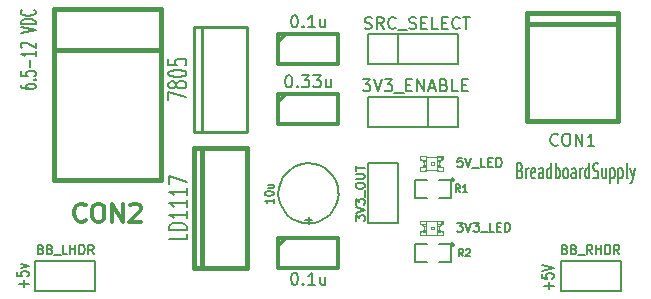
<source format=gto>
G04 (created by PCBNEW-RS274X (2011-nov-30)-stable) date Mit 25 Apr 2012 20:51:04 CEST*
G01*
G70*
G90*
%MOIN*%
G04 Gerber Fmt 3.4, Leading zero omitted, Abs format*
%FSLAX34Y34*%
G04 APERTURE LIST*
%ADD10C,0.001000*%
%ADD11C,0.007500*%
%ADD12C,0.006000*%
%ADD13C,0.015000*%
%ADD14C,0.005000*%
%ADD15C,0.010000*%
%ADD16C,0.002600*%
%ADD17C,0.004000*%
%ADD18C,0.002000*%
%ADD19C,0.012000*%
%ADD20C,0.008000*%
G04 APERTURE END LIST*
G54D10*
G54D11*
X48620Y-39624D02*
X48620Y-39395D01*
X48772Y-39509D02*
X48467Y-39509D01*
X48372Y-39110D02*
X48372Y-39253D01*
X48562Y-39267D01*
X48543Y-39253D01*
X48524Y-39224D01*
X48524Y-39153D01*
X48543Y-39124D01*
X48562Y-39110D01*
X48600Y-39095D01*
X48696Y-39095D01*
X48734Y-39110D01*
X48753Y-39124D01*
X48772Y-39153D01*
X48772Y-39224D01*
X48753Y-39253D01*
X48734Y-39267D01*
X48505Y-38995D02*
X48772Y-38924D01*
X48505Y-38852D01*
X66120Y-39697D02*
X66120Y-39468D01*
X66272Y-39582D02*
X65967Y-39582D01*
X65872Y-39183D02*
X65872Y-39326D01*
X66062Y-39340D01*
X66043Y-39326D01*
X66024Y-39297D01*
X66024Y-39226D01*
X66043Y-39197D01*
X66062Y-39183D01*
X66100Y-39168D01*
X66196Y-39168D01*
X66234Y-39183D01*
X66253Y-39197D01*
X66272Y-39226D01*
X66272Y-39297D01*
X66253Y-39326D01*
X66234Y-39340D01*
X65872Y-39082D02*
X66272Y-38982D01*
X65872Y-38882D01*
G54D12*
X48502Y-32872D02*
X48502Y-32929D01*
X48526Y-32958D01*
X48550Y-32972D01*
X48621Y-33001D01*
X48717Y-33015D01*
X48907Y-33015D01*
X48955Y-33001D01*
X48979Y-32986D01*
X49002Y-32958D01*
X49002Y-32901D01*
X48979Y-32872D01*
X48955Y-32858D01*
X48907Y-32843D01*
X48788Y-32843D01*
X48740Y-32858D01*
X48717Y-32872D01*
X48693Y-32901D01*
X48693Y-32958D01*
X48717Y-32986D01*
X48740Y-33001D01*
X48788Y-33015D01*
X48955Y-32715D02*
X48979Y-32700D01*
X49002Y-32715D01*
X48979Y-32729D01*
X48955Y-32715D01*
X49002Y-32715D01*
X48502Y-32429D02*
X48502Y-32572D01*
X48740Y-32586D01*
X48717Y-32572D01*
X48693Y-32543D01*
X48693Y-32472D01*
X48717Y-32443D01*
X48740Y-32429D01*
X48788Y-32414D01*
X48907Y-32414D01*
X48955Y-32429D01*
X48979Y-32443D01*
X49002Y-32472D01*
X49002Y-32543D01*
X48979Y-32572D01*
X48955Y-32586D01*
X48812Y-32286D02*
X48812Y-32057D01*
X49002Y-31757D02*
X49002Y-31929D01*
X49002Y-31843D02*
X48502Y-31843D01*
X48574Y-31872D01*
X48621Y-31900D01*
X48645Y-31929D01*
X48550Y-31643D02*
X48526Y-31629D01*
X48502Y-31600D01*
X48502Y-31529D01*
X48526Y-31500D01*
X48550Y-31486D01*
X48598Y-31471D01*
X48645Y-31471D01*
X48717Y-31486D01*
X49002Y-31657D01*
X49002Y-31471D01*
X48502Y-31156D02*
X49002Y-31056D01*
X48502Y-30956D01*
X49002Y-30857D02*
X48502Y-30857D01*
X48502Y-30785D01*
X48526Y-30742D01*
X48574Y-30714D01*
X48621Y-30699D01*
X48717Y-30685D01*
X48788Y-30685D01*
X48883Y-30699D01*
X48931Y-30714D01*
X48979Y-30742D01*
X49002Y-30785D01*
X49002Y-30857D01*
X48955Y-30385D02*
X48979Y-30399D01*
X49002Y-30442D01*
X49002Y-30471D01*
X48979Y-30514D01*
X48931Y-30542D01*
X48883Y-30557D01*
X48788Y-30571D01*
X48717Y-30571D01*
X48621Y-30557D01*
X48574Y-30542D01*
X48526Y-30514D01*
X48502Y-30471D01*
X48502Y-30442D01*
X48526Y-30399D01*
X48550Y-30385D01*
X65151Y-35740D02*
X65194Y-35764D01*
X65209Y-35788D01*
X65223Y-35836D01*
X65223Y-35907D01*
X65209Y-35955D01*
X65194Y-35979D01*
X65166Y-36002D01*
X65051Y-36002D01*
X65051Y-35502D01*
X65151Y-35502D01*
X65180Y-35526D01*
X65194Y-35550D01*
X65209Y-35598D01*
X65209Y-35645D01*
X65194Y-35693D01*
X65180Y-35717D01*
X65151Y-35740D01*
X65051Y-35740D01*
X65351Y-36002D02*
X65351Y-35669D01*
X65351Y-35764D02*
X65366Y-35717D01*
X65380Y-35693D01*
X65409Y-35669D01*
X65437Y-35669D01*
X65652Y-35979D02*
X65623Y-36002D01*
X65566Y-36002D01*
X65537Y-35979D01*
X65523Y-35931D01*
X65523Y-35740D01*
X65537Y-35693D01*
X65566Y-35669D01*
X65623Y-35669D01*
X65652Y-35693D01*
X65666Y-35740D01*
X65666Y-35788D01*
X65523Y-35836D01*
X65923Y-36002D02*
X65923Y-35740D01*
X65909Y-35693D01*
X65880Y-35669D01*
X65823Y-35669D01*
X65794Y-35693D01*
X65923Y-35979D02*
X65894Y-36002D01*
X65823Y-36002D01*
X65794Y-35979D01*
X65780Y-35931D01*
X65780Y-35883D01*
X65794Y-35836D01*
X65823Y-35812D01*
X65894Y-35812D01*
X65923Y-35788D01*
X66194Y-36002D02*
X66194Y-35502D01*
X66194Y-35979D02*
X66165Y-36002D01*
X66108Y-36002D01*
X66080Y-35979D01*
X66065Y-35955D01*
X66051Y-35907D01*
X66051Y-35764D01*
X66065Y-35717D01*
X66080Y-35693D01*
X66108Y-35669D01*
X66165Y-35669D01*
X66194Y-35693D01*
X66336Y-36002D02*
X66336Y-35502D01*
X66336Y-35693D02*
X66365Y-35669D01*
X66422Y-35669D01*
X66451Y-35693D01*
X66465Y-35717D01*
X66479Y-35764D01*
X66479Y-35907D01*
X66465Y-35955D01*
X66451Y-35979D01*
X66422Y-36002D01*
X66365Y-36002D01*
X66336Y-35979D01*
X66650Y-36002D02*
X66622Y-35979D01*
X66607Y-35955D01*
X66593Y-35907D01*
X66593Y-35764D01*
X66607Y-35717D01*
X66622Y-35693D01*
X66650Y-35669D01*
X66693Y-35669D01*
X66722Y-35693D01*
X66736Y-35717D01*
X66750Y-35764D01*
X66750Y-35907D01*
X66736Y-35955D01*
X66722Y-35979D01*
X66693Y-36002D01*
X66650Y-36002D01*
X67007Y-36002D02*
X67007Y-35740D01*
X66993Y-35693D01*
X66964Y-35669D01*
X66907Y-35669D01*
X66878Y-35693D01*
X67007Y-35979D02*
X66978Y-36002D01*
X66907Y-36002D01*
X66878Y-35979D01*
X66864Y-35931D01*
X66864Y-35883D01*
X66878Y-35836D01*
X66907Y-35812D01*
X66978Y-35812D01*
X67007Y-35788D01*
X67149Y-36002D02*
X67149Y-35669D01*
X67149Y-35764D02*
X67164Y-35717D01*
X67178Y-35693D01*
X67207Y-35669D01*
X67235Y-35669D01*
X67464Y-36002D02*
X67464Y-35502D01*
X67464Y-35979D02*
X67435Y-36002D01*
X67378Y-36002D01*
X67350Y-35979D01*
X67335Y-35955D01*
X67321Y-35907D01*
X67321Y-35764D01*
X67335Y-35717D01*
X67350Y-35693D01*
X67378Y-35669D01*
X67435Y-35669D01*
X67464Y-35693D01*
X67592Y-35979D02*
X67635Y-36002D01*
X67706Y-36002D01*
X67735Y-35979D01*
X67749Y-35955D01*
X67764Y-35907D01*
X67764Y-35860D01*
X67749Y-35812D01*
X67735Y-35788D01*
X67706Y-35764D01*
X67649Y-35740D01*
X67621Y-35717D01*
X67606Y-35693D01*
X67592Y-35645D01*
X67592Y-35598D01*
X67606Y-35550D01*
X67621Y-35526D01*
X67649Y-35502D01*
X67721Y-35502D01*
X67764Y-35526D01*
X68021Y-35669D02*
X68021Y-36002D01*
X67892Y-35669D02*
X67892Y-35931D01*
X67907Y-35979D01*
X67935Y-36002D01*
X67978Y-36002D01*
X68007Y-35979D01*
X68021Y-35955D01*
X68163Y-35669D02*
X68163Y-36169D01*
X68163Y-35693D02*
X68192Y-35669D01*
X68249Y-35669D01*
X68278Y-35693D01*
X68292Y-35717D01*
X68306Y-35764D01*
X68306Y-35907D01*
X68292Y-35955D01*
X68278Y-35979D01*
X68249Y-36002D01*
X68192Y-36002D01*
X68163Y-35979D01*
X68434Y-35669D02*
X68434Y-36169D01*
X68434Y-35693D02*
X68463Y-35669D01*
X68520Y-35669D01*
X68549Y-35693D01*
X68563Y-35717D01*
X68577Y-35764D01*
X68577Y-35907D01*
X68563Y-35955D01*
X68549Y-35979D01*
X68520Y-36002D01*
X68463Y-36002D01*
X68434Y-35979D01*
X68748Y-36002D02*
X68720Y-35979D01*
X68705Y-35931D01*
X68705Y-35502D01*
X68834Y-35669D02*
X68905Y-36002D01*
X68977Y-35669D02*
X68905Y-36002D01*
X68877Y-36121D01*
X68862Y-36145D01*
X68834Y-36169D01*
G54D13*
X54550Y-39000D02*
X54300Y-39000D01*
X54300Y-39000D02*
X54300Y-35000D01*
X54300Y-35000D02*
X54550Y-35000D01*
X56050Y-39000D02*
X54550Y-39000D01*
X54550Y-39000D02*
X54550Y-35000D01*
X54550Y-35000D02*
X56050Y-35000D01*
X56050Y-35000D02*
X56050Y-39000D01*
G54D14*
X62940Y-38200D02*
X62939Y-38209D01*
X62936Y-38219D01*
X62931Y-38227D01*
X62925Y-38235D01*
X62917Y-38241D01*
X62909Y-38246D01*
X62900Y-38248D01*
X62890Y-38249D01*
X62881Y-38249D01*
X62872Y-38246D01*
X62863Y-38241D01*
X62856Y-38235D01*
X62849Y-38228D01*
X62845Y-38219D01*
X62842Y-38210D01*
X62841Y-38200D01*
X62841Y-38191D01*
X62844Y-38182D01*
X62848Y-38173D01*
X62855Y-38166D01*
X62862Y-38159D01*
X62870Y-38155D01*
X62880Y-38152D01*
X62889Y-38151D01*
X62898Y-38151D01*
X62908Y-38154D01*
X62916Y-38158D01*
X62924Y-38164D01*
X62930Y-38172D01*
X62935Y-38180D01*
X62938Y-38189D01*
X62939Y-38199D01*
X62940Y-38200D01*
X62440Y-38200D02*
X62840Y-38200D01*
X62840Y-38200D02*
X62840Y-38800D01*
X62840Y-38800D02*
X62440Y-38800D01*
X62040Y-38800D02*
X61640Y-38800D01*
X61640Y-38800D02*
X61640Y-38200D01*
X61640Y-38200D02*
X62040Y-38200D01*
X62940Y-36050D02*
X62939Y-36059D01*
X62936Y-36069D01*
X62931Y-36077D01*
X62925Y-36085D01*
X62917Y-36091D01*
X62909Y-36096D01*
X62900Y-36098D01*
X62890Y-36099D01*
X62881Y-36099D01*
X62872Y-36096D01*
X62863Y-36091D01*
X62856Y-36085D01*
X62849Y-36078D01*
X62845Y-36069D01*
X62842Y-36060D01*
X62841Y-36050D01*
X62841Y-36041D01*
X62844Y-36032D01*
X62848Y-36023D01*
X62855Y-36016D01*
X62862Y-36009D01*
X62870Y-36005D01*
X62880Y-36002D01*
X62889Y-36001D01*
X62898Y-36001D01*
X62908Y-36004D01*
X62916Y-36008D01*
X62924Y-36014D01*
X62930Y-36022D01*
X62935Y-36030D01*
X62938Y-36039D01*
X62939Y-36049D01*
X62940Y-36050D01*
X62440Y-36050D02*
X62840Y-36050D01*
X62840Y-36050D02*
X62840Y-36650D01*
X62840Y-36650D02*
X62440Y-36650D01*
X62040Y-36650D02*
X61640Y-36650D01*
X61640Y-36650D02*
X61640Y-36050D01*
X61640Y-36050D02*
X62040Y-36050D01*
G54D12*
X60100Y-32200D02*
X60100Y-31200D01*
X60100Y-31200D02*
X63100Y-31200D01*
X63100Y-31200D02*
X63100Y-32200D01*
X63100Y-32200D02*
X60100Y-32200D01*
X61100Y-31200D02*
X61100Y-32200D01*
X63100Y-33300D02*
X63100Y-34300D01*
X63100Y-34300D02*
X60100Y-34300D01*
X60100Y-34300D02*
X60100Y-33300D01*
X60100Y-33300D02*
X63100Y-33300D01*
X62100Y-34300D02*
X62100Y-33300D01*
X50969Y-38752D02*
X50969Y-39752D01*
X50969Y-39752D02*
X48969Y-39752D01*
X48969Y-39752D02*
X48969Y-38752D01*
X48969Y-38752D02*
X50969Y-38752D01*
X68528Y-38752D02*
X68528Y-39752D01*
X68528Y-39752D02*
X66528Y-39752D01*
X66528Y-39752D02*
X66528Y-38752D01*
X66528Y-38752D02*
X68528Y-38752D01*
G54D15*
X54550Y-34450D02*
X54300Y-34450D01*
X54300Y-34450D02*
X54300Y-30950D01*
X54300Y-30950D02*
X54550Y-30950D01*
X56050Y-34450D02*
X54550Y-34450D01*
X54550Y-34450D02*
X54550Y-30950D01*
X54550Y-30950D02*
X56050Y-30950D01*
X56050Y-30950D02*
X56050Y-34450D01*
G54D16*
X62396Y-37768D02*
X62396Y-37896D01*
X62396Y-37896D02*
X62593Y-37896D01*
X62593Y-37768D02*
X62593Y-37896D01*
X62396Y-37768D02*
X62593Y-37768D01*
X62396Y-37523D02*
X62396Y-37582D01*
X62396Y-37582D02*
X62495Y-37582D01*
X62495Y-37523D02*
X62495Y-37582D01*
X62396Y-37523D02*
X62495Y-37523D01*
X62396Y-37718D02*
X62396Y-37777D01*
X62396Y-37777D02*
X62495Y-37777D01*
X62495Y-37718D02*
X62495Y-37777D01*
X62396Y-37718D02*
X62495Y-37718D01*
X62396Y-37572D02*
X62396Y-37728D01*
X62396Y-37728D02*
X62465Y-37728D01*
X62465Y-37572D02*
X62465Y-37728D01*
X62396Y-37572D02*
X62465Y-37572D01*
X61807Y-37768D02*
X61807Y-37896D01*
X61807Y-37896D02*
X62004Y-37896D01*
X62004Y-37768D02*
X62004Y-37896D01*
X61807Y-37768D02*
X62004Y-37768D01*
X61807Y-37404D02*
X61807Y-37532D01*
X61807Y-37532D02*
X62004Y-37532D01*
X62004Y-37404D02*
X62004Y-37532D01*
X61807Y-37404D02*
X62004Y-37404D01*
X61905Y-37718D02*
X61905Y-37777D01*
X61905Y-37777D02*
X62004Y-37777D01*
X62004Y-37718D02*
X62004Y-37777D01*
X61905Y-37718D02*
X62004Y-37718D01*
X61905Y-37523D02*
X61905Y-37582D01*
X61905Y-37582D02*
X62004Y-37582D01*
X62004Y-37523D02*
X62004Y-37582D01*
X61905Y-37523D02*
X62004Y-37523D01*
X61935Y-37572D02*
X61935Y-37728D01*
X61935Y-37728D02*
X62004Y-37728D01*
X62004Y-37572D02*
X62004Y-37728D01*
X61935Y-37572D02*
X62004Y-37572D01*
X62200Y-37611D02*
X62200Y-37689D01*
X62200Y-37689D02*
X62278Y-37689D01*
X62278Y-37611D02*
X62278Y-37689D01*
X62200Y-37611D02*
X62278Y-37611D01*
X62396Y-37414D02*
X62396Y-37532D01*
X62396Y-37532D02*
X62514Y-37532D01*
X62514Y-37414D02*
X62514Y-37532D01*
X62396Y-37414D02*
X62514Y-37414D01*
X62564Y-37404D02*
X62564Y-37493D01*
X62564Y-37493D02*
X62593Y-37493D01*
X62593Y-37404D02*
X62593Y-37493D01*
X62564Y-37404D02*
X62593Y-37404D01*
G54D17*
X62406Y-37876D02*
X61994Y-37876D01*
X62004Y-37424D02*
X62564Y-37424D01*
G54D18*
X62562Y-37473D02*
X62561Y-37478D01*
X62559Y-37483D01*
X62557Y-37488D01*
X62553Y-37492D01*
X62549Y-37496D01*
X62544Y-37498D01*
X62539Y-37500D01*
X62534Y-37500D01*
X62529Y-37500D01*
X62524Y-37498D01*
X62519Y-37496D01*
X62515Y-37493D01*
X62511Y-37488D01*
X62509Y-37484D01*
X62507Y-37478D01*
X62507Y-37473D01*
X62507Y-37468D01*
X62508Y-37463D01*
X62511Y-37458D01*
X62514Y-37454D01*
X62519Y-37451D01*
X62523Y-37448D01*
X62528Y-37446D01*
X62534Y-37446D01*
X62538Y-37446D01*
X62544Y-37447D01*
X62549Y-37450D01*
X62553Y-37453D01*
X62556Y-37457D01*
X62559Y-37462D01*
X62561Y-37467D01*
X62561Y-37473D01*
X62562Y-37473D01*
G54D17*
X62593Y-37513D02*
X62582Y-37514D01*
X62570Y-37516D01*
X62558Y-37518D01*
X62547Y-37522D01*
X62536Y-37526D01*
X62525Y-37532D01*
X62515Y-37538D01*
X62505Y-37546D01*
X62497Y-37554D01*
X62489Y-37562D01*
X62481Y-37572D01*
X62475Y-37582D01*
X62469Y-37593D01*
X62465Y-37604D01*
X62461Y-37615D01*
X62459Y-37627D01*
X62457Y-37639D01*
X62456Y-37650D01*
X62457Y-37661D01*
X62459Y-37673D01*
X62461Y-37685D01*
X62465Y-37696D01*
X62469Y-37707D01*
X62475Y-37718D01*
X62481Y-37728D01*
X62489Y-37738D01*
X62497Y-37746D01*
X62505Y-37754D01*
X62515Y-37762D01*
X62525Y-37768D01*
X62536Y-37774D01*
X62547Y-37778D01*
X62558Y-37782D01*
X62570Y-37784D01*
X62582Y-37786D01*
X62593Y-37787D01*
X61807Y-37787D02*
X61818Y-37786D01*
X61830Y-37784D01*
X61842Y-37782D01*
X61853Y-37778D01*
X61864Y-37774D01*
X61875Y-37768D01*
X61885Y-37762D01*
X61895Y-37754D01*
X61903Y-37746D01*
X61911Y-37738D01*
X61919Y-37728D01*
X61925Y-37718D01*
X61931Y-37707D01*
X61935Y-37696D01*
X61939Y-37685D01*
X61941Y-37673D01*
X61943Y-37661D01*
X61944Y-37650D01*
X61943Y-37639D01*
X61941Y-37627D01*
X61939Y-37615D01*
X61935Y-37604D01*
X61931Y-37593D01*
X61925Y-37582D01*
X61919Y-37572D01*
X61911Y-37562D01*
X61903Y-37554D01*
X61895Y-37546D01*
X61885Y-37538D01*
X61875Y-37532D01*
X61864Y-37526D01*
X61853Y-37522D01*
X61842Y-37518D01*
X61830Y-37516D01*
X61818Y-37514D01*
X61807Y-37513D01*
G54D16*
X62396Y-35618D02*
X62396Y-35746D01*
X62396Y-35746D02*
X62593Y-35746D01*
X62593Y-35618D02*
X62593Y-35746D01*
X62396Y-35618D02*
X62593Y-35618D01*
X62396Y-35373D02*
X62396Y-35432D01*
X62396Y-35432D02*
X62495Y-35432D01*
X62495Y-35373D02*
X62495Y-35432D01*
X62396Y-35373D02*
X62495Y-35373D01*
X62396Y-35568D02*
X62396Y-35627D01*
X62396Y-35627D02*
X62495Y-35627D01*
X62495Y-35568D02*
X62495Y-35627D01*
X62396Y-35568D02*
X62495Y-35568D01*
X62396Y-35422D02*
X62396Y-35578D01*
X62396Y-35578D02*
X62465Y-35578D01*
X62465Y-35422D02*
X62465Y-35578D01*
X62396Y-35422D02*
X62465Y-35422D01*
X61807Y-35618D02*
X61807Y-35746D01*
X61807Y-35746D02*
X62004Y-35746D01*
X62004Y-35618D02*
X62004Y-35746D01*
X61807Y-35618D02*
X62004Y-35618D01*
X61807Y-35254D02*
X61807Y-35382D01*
X61807Y-35382D02*
X62004Y-35382D01*
X62004Y-35254D02*
X62004Y-35382D01*
X61807Y-35254D02*
X62004Y-35254D01*
X61905Y-35568D02*
X61905Y-35627D01*
X61905Y-35627D02*
X62004Y-35627D01*
X62004Y-35568D02*
X62004Y-35627D01*
X61905Y-35568D02*
X62004Y-35568D01*
X61905Y-35373D02*
X61905Y-35432D01*
X61905Y-35432D02*
X62004Y-35432D01*
X62004Y-35373D02*
X62004Y-35432D01*
X61905Y-35373D02*
X62004Y-35373D01*
X61935Y-35422D02*
X61935Y-35578D01*
X61935Y-35578D02*
X62004Y-35578D01*
X62004Y-35422D02*
X62004Y-35578D01*
X61935Y-35422D02*
X62004Y-35422D01*
X62200Y-35461D02*
X62200Y-35539D01*
X62200Y-35539D02*
X62278Y-35539D01*
X62278Y-35461D02*
X62278Y-35539D01*
X62200Y-35461D02*
X62278Y-35461D01*
X62396Y-35264D02*
X62396Y-35382D01*
X62396Y-35382D02*
X62514Y-35382D01*
X62514Y-35264D02*
X62514Y-35382D01*
X62396Y-35264D02*
X62514Y-35264D01*
X62564Y-35254D02*
X62564Y-35343D01*
X62564Y-35343D02*
X62593Y-35343D01*
X62593Y-35254D02*
X62593Y-35343D01*
X62564Y-35254D02*
X62593Y-35254D01*
G54D17*
X62406Y-35726D02*
X61994Y-35726D01*
X62004Y-35274D02*
X62564Y-35274D01*
G54D18*
X62562Y-35323D02*
X62561Y-35328D01*
X62559Y-35333D01*
X62557Y-35338D01*
X62553Y-35342D01*
X62549Y-35346D01*
X62544Y-35348D01*
X62539Y-35350D01*
X62534Y-35350D01*
X62529Y-35350D01*
X62524Y-35348D01*
X62519Y-35346D01*
X62515Y-35343D01*
X62511Y-35338D01*
X62509Y-35334D01*
X62507Y-35328D01*
X62507Y-35323D01*
X62507Y-35318D01*
X62508Y-35313D01*
X62511Y-35308D01*
X62514Y-35304D01*
X62519Y-35301D01*
X62523Y-35298D01*
X62528Y-35296D01*
X62534Y-35296D01*
X62538Y-35296D01*
X62544Y-35297D01*
X62549Y-35300D01*
X62553Y-35303D01*
X62556Y-35307D01*
X62559Y-35312D01*
X62561Y-35317D01*
X62561Y-35323D01*
X62562Y-35323D01*
G54D17*
X62593Y-35363D02*
X62582Y-35364D01*
X62570Y-35366D01*
X62558Y-35368D01*
X62547Y-35372D01*
X62536Y-35376D01*
X62525Y-35382D01*
X62515Y-35388D01*
X62505Y-35396D01*
X62497Y-35404D01*
X62489Y-35412D01*
X62481Y-35422D01*
X62475Y-35432D01*
X62469Y-35443D01*
X62465Y-35454D01*
X62461Y-35465D01*
X62459Y-35477D01*
X62457Y-35489D01*
X62456Y-35500D01*
X62457Y-35511D01*
X62459Y-35523D01*
X62461Y-35535D01*
X62465Y-35546D01*
X62469Y-35557D01*
X62475Y-35568D01*
X62481Y-35578D01*
X62489Y-35588D01*
X62497Y-35596D01*
X62505Y-35604D01*
X62515Y-35612D01*
X62525Y-35618D01*
X62536Y-35624D01*
X62547Y-35628D01*
X62558Y-35632D01*
X62570Y-35634D01*
X62582Y-35636D01*
X62593Y-35637D01*
X61807Y-35637D02*
X61818Y-35636D01*
X61830Y-35634D01*
X61842Y-35632D01*
X61853Y-35628D01*
X61864Y-35624D01*
X61875Y-35618D01*
X61885Y-35612D01*
X61895Y-35604D01*
X61903Y-35596D01*
X61911Y-35588D01*
X61919Y-35578D01*
X61925Y-35568D01*
X61931Y-35557D01*
X61935Y-35546D01*
X61939Y-35535D01*
X61941Y-35523D01*
X61943Y-35511D01*
X61944Y-35500D01*
X61943Y-35489D01*
X61941Y-35477D01*
X61939Y-35465D01*
X61935Y-35454D01*
X61931Y-35443D01*
X61925Y-35432D01*
X61919Y-35422D01*
X61911Y-35412D01*
X61903Y-35404D01*
X61895Y-35396D01*
X61885Y-35388D01*
X61875Y-35382D01*
X61864Y-35376D01*
X61853Y-35372D01*
X61842Y-35368D01*
X61830Y-35366D01*
X61818Y-35364D01*
X61807Y-35363D01*
G54D19*
X57120Y-33200D02*
X59100Y-33200D01*
X59100Y-33200D02*
X59100Y-34200D01*
X59100Y-34200D02*
X57100Y-34200D01*
X57100Y-34200D02*
X57100Y-33200D01*
X57100Y-33450D02*
X57350Y-33200D01*
X57120Y-38000D02*
X59100Y-38000D01*
X59100Y-38000D02*
X59100Y-39000D01*
X59100Y-39000D02*
X57100Y-39000D01*
X57100Y-39000D02*
X57100Y-38000D01*
X57100Y-38250D02*
X57350Y-38000D01*
X57120Y-31200D02*
X59100Y-31200D01*
X59100Y-31200D02*
X59100Y-32200D01*
X59100Y-32200D02*
X57100Y-32200D01*
X57100Y-32200D02*
X57100Y-31200D01*
X57100Y-31450D02*
X57350Y-31200D01*
G54D14*
X59101Y-36500D02*
X59081Y-36694D01*
X59025Y-36881D01*
X58933Y-37053D01*
X58810Y-37205D01*
X58659Y-37329D01*
X58487Y-37422D01*
X58301Y-37480D01*
X58106Y-37500D01*
X57913Y-37483D01*
X57726Y-37428D01*
X57552Y-37337D01*
X57400Y-37215D01*
X57275Y-37065D01*
X57180Y-36894D01*
X57121Y-36708D01*
X57100Y-36513D01*
X57116Y-36320D01*
X57170Y-36132D01*
X57259Y-35958D01*
X57380Y-35805D01*
X57529Y-35679D01*
X57700Y-35583D01*
X57886Y-35523D01*
X58080Y-35500D01*
X58273Y-35515D01*
X58461Y-35567D01*
X58636Y-35655D01*
X58790Y-35776D01*
X58917Y-35923D01*
X59014Y-36093D01*
X59076Y-36279D01*
X59100Y-36473D01*
X59101Y-36500D01*
G54D12*
X61100Y-37500D02*
X60100Y-37500D01*
X60100Y-37500D02*
X60100Y-35500D01*
X60100Y-35500D02*
X61100Y-35500D01*
X61100Y-35500D02*
X61100Y-37500D01*
G54D13*
X68414Y-30866D02*
X65382Y-30866D01*
X68414Y-30472D02*
X65382Y-30472D01*
X65382Y-30472D02*
X65382Y-34094D01*
X65382Y-34094D02*
X68414Y-34094D01*
X68414Y-34094D02*
X68414Y-30472D01*
X53172Y-31725D02*
X49628Y-31725D01*
X53172Y-30347D02*
X49628Y-30347D01*
X49628Y-30347D02*
X49628Y-36056D01*
X49628Y-36056D02*
X53172Y-36056D01*
X53172Y-36056D02*
X53172Y-30347D01*
G54D20*
X54043Y-37838D02*
X54043Y-38029D01*
X53443Y-38029D01*
X54043Y-37705D02*
X53443Y-37705D01*
X53443Y-37610D01*
X53471Y-37552D01*
X53529Y-37514D01*
X53586Y-37495D01*
X53700Y-37476D01*
X53786Y-37476D01*
X53900Y-37495D01*
X53957Y-37514D01*
X54014Y-37552D01*
X54043Y-37610D01*
X54043Y-37705D01*
X54043Y-37095D02*
X54043Y-37324D01*
X54043Y-37210D02*
X53443Y-37210D01*
X53529Y-37248D01*
X53586Y-37286D01*
X53614Y-37324D01*
X54043Y-36714D02*
X54043Y-36943D01*
X54043Y-36829D02*
X53443Y-36829D01*
X53529Y-36867D01*
X53586Y-36905D01*
X53614Y-36943D01*
X54043Y-36333D02*
X54043Y-36562D01*
X54043Y-36448D02*
X53443Y-36448D01*
X53529Y-36486D01*
X53586Y-36524D01*
X53614Y-36562D01*
X53443Y-36200D02*
X53443Y-35933D01*
X54043Y-36105D01*
G54D14*
X63248Y-38601D02*
X63165Y-38482D01*
X63106Y-38601D02*
X63106Y-38351D01*
X63201Y-38351D01*
X63225Y-38363D01*
X63236Y-38375D01*
X63248Y-38399D01*
X63248Y-38435D01*
X63236Y-38458D01*
X63225Y-38470D01*
X63201Y-38482D01*
X63106Y-38482D01*
X63344Y-38375D02*
X63356Y-38363D01*
X63379Y-38351D01*
X63439Y-38351D01*
X63463Y-38363D01*
X63475Y-38375D01*
X63486Y-38399D01*
X63486Y-38423D01*
X63475Y-38458D01*
X63332Y-38601D01*
X63486Y-38601D01*
X63148Y-36451D02*
X63065Y-36332D01*
X63006Y-36451D02*
X63006Y-36201D01*
X63101Y-36201D01*
X63125Y-36213D01*
X63136Y-36225D01*
X63148Y-36249D01*
X63148Y-36285D01*
X63136Y-36308D01*
X63125Y-36320D01*
X63101Y-36332D01*
X63006Y-36332D01*
X63386Y-36451D02*
X63244Y-36451D01*
X63315Y-36451D02*
X63315Y-36201D01*
X63291Y-36237D01*
X63267Y-36261D01*
X63244Y-36273D01*
G54D12*
X59976Y-31003D02*
X60033Y-31022D01*
X60129Y-31022D01*
X60167Y-31003D01*
X60186Y-30984D01*
X60205Y-30946D01*
X60205Y-30908D01*
X60186Y-30870D01*
X60167Y-30850D01*
X60129Y-30831D01*
X60052Y-30812D01*
X60014Y-30793D01*
X59995Y-30774D01*
X59976Y-30736D01*
X59976Y-30698D01*
X59995Y-30660D01*
X60014Y-30641D01*
X60052Y-30622D01*
X60148Y-30622D01*
X60205Y-30641D01*
X60605Y-31022D02*
X60471Y-30831D01*
X60376Y-31022D02*
X60376Y-30622D01*
X60529Y-30622D01*
X60567Y-30641D01*
X60586Y-30660D01*
X60605Y-30698D01*
X60605Y-30755D01*
X60586Y-30793D01*
X60567Y-30812D01*
X60529Y-30831D01*
X60376Y-30831D01*
X61005Y-30984D02*
X60986Y-31003D01*
X60929Y-31022D01*
X60891Y-31022D01*
X60833Y-31003D01*
X60795Y-30965D01*
X60776Y-30927D01*
X60757Y-30850D01*
X60757Y-30793D01*
X60776Y-30717D01*
X60795Y-30679D01*
X60833Y-30641D01*
X60891Y-30622D01*
X60929Y-30622D01*
X60986Y-30641D01*
X61005Y-30660D01*
X61081Y-31060D02*
X61386Y-31060D01*
X61462Y-31003D02*
X61519Y-31022D01*
X61615Y-31022D01*
X61653Y-31003D01*
X61672Y-30984D01*
X61691Y-30946D01*
X61691Y-30908D01*
X61672Y-30870D01*
X61653Y-30850D01*
X61615Y-30831D01*
X61538Y-30812D01*
X61500Y-30793D01*
X61481Y-30774D01*
X61462Y-30736D01*
X61462Y-30698D01*
X61481Y-30660D01*
X61500Y-30641D01*
X61538Y-30622D01*
X61634Y-30622D01*
X61691Y-30641D01*
X61862Y-30812D02*
X61996Y-30812D01*
X62053Y-31022D02*
X61862Y-31022D01*
X61862Y-30622D01*
X62053Y-30622D01*
X62415Y-31022D02*
X62224Y-31022D01*
X62224Y-30622D01*
X62548Y-30812D02*
X62682Y-30812D01*
X62739Y-31022D02*
X62548Y-31022D01*
X62548Y-30622D01*
X62739Y-30622D01*
X63139Y-30984D02*
X63120Y-31003D01*
X63063Y-31022D01*
X63025Y-31022D01*
X62967Y-31003D01*
X62929Y-30965D01*
X62910Y-30927D01*
X62891Y-30850D01*
X62891Y-30793D01*
X62910Y-30717D01*
X62929Y-30679D01*
X62967Y-30641D01*
X63025Y-30622D01*
X63063Y-30622D01*
X63120Y-30641D01*
X63139Y-30660D01*
X63253Y-30622D02*
X63482Y-30622D01*
X63367Y-31022D02*
X63367Y-30622D01*
X59917Y-32702D02*
X60165Y-32702D01*
X60031Y-32854D01*
X60089Y-32854D01*
X60127Y-32873D01*
X60146Y-32892D01*
X60165Y-32930D01*
X60165Y-33026D01*
X60146Y-33064D01*
X60127Y-33083D01*
X60089Y-33102D01*
X59974Y-33102D01*
X59936Y-33083D01*
X59917Y-33064D01*
X60279Y-32702D02*
X60412Y-33102D01*
X60546Y-32702D01*
X60641Y-32702D02*
X60889Y-32702D01*
X60755Y-32854D01*
X60813Y-32854D01*
X60851Y-32873D01*
X60870Y-32892D01*
X60889Y-32930D01*
X60889Y-33026D01*
X60870Y-33064D01*
X60851Y-33083D01*
X60813Y-33102D01*
X60698Y-33102D01*
X60660Y-33083D01*
X60641Y-33064D01*
X60965Y-33140D02*
X61270Y-33140D01*
X61365Y-32892D02*
X61499Y-32892D01*
X61556Y-33102D02*
X61365Y-33102D01*
X61365Y-32702D01*
X61556Y-32702D01*
X61727Y-33102D02*
X61727Y-32702D01*
X61956Y-33102D01*
X61956Y-32702D01*
X62127Y-32988D02*
X62318Y-32988D01*
X62089Y-33102D02*
X62222Y-32702D01*
X62356Y-33102D01*
X62623Y-32892D02*
X62680Y-32911D01*
X62699Y-32930D01*
X62718Y-32969D01*
X62718Y-33026D01*
X62699Y-33064D01*
X62680Y-33083D01*
X62642Y-33102D01*
X62489Y-33102D01*
X62489Y-32702D01*
X62623Y-32702D01*
X62661Y-32721D01*
X62680Y-32740D01*
X62699Y-32778D01*
X62699Y-32816D01*
X62680Y-32854D01*
X62661Y-32873D01*
X62623Y-32892D01*
X62489Y-32892D01*
X63080Y-33102D02*
X62889Y-33102D01*
X62889Y-32702D01*
X63213Y-32892D02*
X63347Y-32892D01*
X63404Y-33102D02*
X63213Y-33102D01*
X63213Y-32702D01*
X63404Y-32702D01*
X49178Y-38364D02*
X49221Y-38379D01*
X49236Y-38393D01*
X49250Y-38421D01*
X49250Y-38464D01*
X49236Y-38493D01*
X49221Y-38507D01*
X49193Y-38521D01*
X49078Y-38521D01*
X49078Y-38221D01*
X49178Y-38221D01*
X49207Y-38236D01*
X49221Y-38250D01*
X49236Y-38279D01*
X49236Y-38307D01*
X49221Y-38336D01*
X49207Y-38350D01*
X49178Y-38364D01*
X49078Y-38364D01*
X49478Y-38364D02*
X49521Y-38379D01*
X49536Y-38393D01*
X49550Y-38421D01*
X49550Y-38464D01*
X49536Y-38493D01*
X49521Y-38507D01*
X49493Y-38521D01*
X49378Y-38521D01*
X49378Y-38221D01*
X49478Y-38221D01*
X49507Y-38236D01*
X49521Y-38250D01*
X49536Y-38279D01*
X49536Y-38307D01*
X49521Y-38336D01*
X49507Y-38350D01*
X49478Y-38364D01*
X49378Y-38364D01*
X49607Y-38550D02*
X49836Y-38550D01*
X50050Y-38521D02*
X49907Y-38521D01*
X49907Y-38221D01*
X50150Y-38521D02*
X50150Y-38221D01*
X50150Y-38364D02*
X50322Y-38364D01*
X50322Y-38521D02*
X50322Y-38221D01*
X50464Y-38521D02*
X50464Y-38221D01*
X50536Y-38221D01*
X50579Y-38236D01*
X50607Y-38264D01*
X50622Y-38293D01*
X50636Y-38350D01*
X50636Y-38393D01*
X50622Y-38450D01*
X50607Y-38479D01*
X50579Y-38507D01*
X50536Y-38521D01*
X50464Y-38521D01*
X50936Y-38521D02*
X50836Y-38379D01*
X50764Y-38521D02*
X50764Y-38221D01*
X50879Y-38221D01*
X50907Y-38236D01*
X50922Y-38250D01*
X50936Y-38279D01*
X50936Y-38321D01*
X50922Y-38350D01*
X50907Y-38364D01*
X50879Y-38379D01*
X50764Y-38379D01*
X66650Y-38364D02*
X66693Y-38379D01*
X66708Y-38393D01*
X66722Y-38421D01*
X66722Y-38464D01*
X66708Y-38493D01*
X66693Y-38507D01*
X66665Y-38521D01*
X66550Y-38521D01*
X66550Y-38221D01*
X66650Y-38221D01*
X66679Y-38236D01*
X66693Y-38250D01*
X66708Y-38279D01*
X66708Y-38307D01*
X66693Y-38336D01*
X66679Y-38350D01*
X66650Y-38364D01*
X66550Y-38364D01*
X66950Y-38364D02*
X66993Y-38379D01*
X67008Y-38393D01*
X67022Y-38421D01*
X67022Y-38464D01*
X67008Y-38493D01*
X66993Y-38507D01*
X66965Y-38521D01*
X66850Y-38521D01*
X66850Y-38221D01*
X66950Y-38221D01*
X66979Y-38236D01*
X66993Y-38250D01*
X67008Y-38279D01*
X67008Y-38307D01*
X66993Y-38336D01*
X66979Y-38350D01*
X66950Y-38364D01*
X66850Y-38364D01*
X67079Y-38550D02*
X67308Y-38550D01*
X67551Y-38521D02*
X67451Y-38379D01*
X67379Y-38521D02*
X67379Y-38221D01*
X67494Y-38221D01*
X67522Y-38236D01*
X67537Y-38250D01*
X67551Y-38279D01*
X67551Y-38321D01*
X67537Y-38350D01*
X67522Y-38364D01*
X67494Y-38379D01*
X67379Y-38379D01*
X67679Y-38521D02*
X67679Y-38221D01*
X67679Y-38364D02*
X67851Y-38364D01*
X67851Y-38521D02*
X67851Y-38221D01*
X67993Y-38521D02*
X67993Y-38221D01*
X68065Y-38221D01*
X68108Y-38236D01*
X68136Y-38264D01*
X68151Y-38293D01*
X68165Y-38350D01*
X68165Y-38393D01*
X68151Y-38450D01*
X68136Y-38479D01*
X68108Y-38507D01*
X68065Y-38521D01*
X67993Y-38521D01*
X68465Y-38521D02*
X68365Y-38379D01*
X68293Y-38521D02*
X68293Y-38221D01*
X68408Y-38221D01*
X68436Y-38236D01*
X68451Y-38250D01*
X68465Y-38279D01*
X68465Y-38321D01*
X68451Y-38350D01*
X68436Y-38364D01*
X68408Y-38379D01*
X68293Y-38379D01*
G54D20*
X53433Y-33395D02*
X53433Y-33128D01*
X54033Y-33300D01*
X53690Y-32919D02*
X53661Y-32957D01*
X53633Y-32976D01*
X53576Y-32995D01*
X53547Y-32995D01*
X53490Y-32976D01*
X53461Y-32957D01*
X53433Y-32919D01*
X53433Y-32842D01*
X53461Y-32804D01*
X53490Y-32785D01*
X53547Y-32766D01*
X53576Y-32766D01*
X53633Y-32785D01*
X53661Y-32804D01*
X53690Y-32842D01*
X53690Y-32919D01*
X53719Y-32957D01*
X53747Y-32976D01*
X53804Y-32995D01*
X53919Y-32995D01*
X53976Y-32976D01*
X54004Y-32957D01*
X54033Y-32919D01*
X54033Y-32842D01*
X54004Y-32804D01*
X53976Y-32785D01*
X53919Y-32766D01*
X53804Y-32766D01*
X53747Y-32785D01*
X53719Y-32804D01*
X53690Y-32842D01*
X53433Y-32519D02*
X53433Y-32480D01*
X53461Y-32442D01*
X53490Y-32423D01*
X53547Y-32404D01*
X53661Y-32385D01*
X53804Y-32385D01*
X53919Y-32404D01*
X53976Y-32423D01*
X54004Y-32442D01*
X54033Y-32480D01*
X54033Y-32519D01*
X54004Y-32557D01*
X53976Y-32576D01*
X53919Y-32595D01*
X53804Y-32614D01*
X53661Y-32614D01*
X53547Y-32595D01*
X53490Y-32576D01*
X53461Y-32557D01*
X53433Y-32519D01*
X53433Y-32023D02*
X53433Y-32214D01*
X53719Y-32233D01*
X53690Y-32214D01*
X53661Y-32176D01*
X53661Y-32080D01*
X53690Y-32042D01*
X53719Y-32023D01*
X53776Y-32004D01*
X53919Y-32004D01*
X53976Y-32023D01*
X54004Y-32042D01*
X54033Y-32080D01*
X54033Y-32176D01*
X54004Y-32214D01*
X53976Y-32233D01*
G54D14*
X63057Y-37471D02*
X63243Y-37471D01*
X63143Y-37586D01*
X63185Y-37586D01*
X63214Y-37600D01*
X63228Y-37614D01*
X63243Y-37643D01*
X63243Y-37714D01*
X63228Y-37743D01*
X63214Y-37757D01*
X63185Y-37771D01*
X63100Y-37771D01*
X63071Y-37757D01*
X63057Y-37743D01*
X63329Y-37471D02*
X63429Y-37771D01*
X63529Y-37471D01*
X63600Y-37471D02*
X63786Y-37471D01*
X63686Y-37586D01*
X63728Y-37586D01*
X63757Y-37600D01*
X63771Y-37614D01*
X63786Y-37643D01*
X63786Y-37714D01*
X63771Y-37743D01*
X63757Y-37757D01*
X63728Y-37771D01*
X63643Y-37771D01*
X63614Y-37757D01*
X63600Y-37743D01*
X63843Y-37800D02*
X64072Y-37800D01*
X64286Y-37771D02*
X64143Y-37771D01*
X64143Y-37471D01*
X64386Y-37614D02*
X64486Y-37614D01*
X64529Y-37771D02*
X64386Y-37771D01*
X64386Y-37471D01*
X64529Y-37471D01*
X64657Y-37771D02*
X64657Y-37471D01*
X64729Y-37471D01*
X64772Y-37486D01*
X64800Y-37514D01*
X64815Y-37543D01*
X64829Y-37600D01*
X64829Y-37643D01*
X64815Y-37700D01*
X64800Y-37729D01*
X64772Y-37757D01*
X64729Y-37771D01*
X64657Y-37771D01*
X63221Y-35321D02*
X63078Y-35321D01*
X63064Y-35464D01*
X63078Y-35450D01*
X63107Y-35436D01*
X63178Y-35436D01*
X63207Y-35450D01*
X63221Y-35464D01*
X63236Y-35493D01*
X63236Y-35564D01*
X63221Y-35593D01*
X63207Y-35607D01*
X63178Y-35621D01*
X63107Y-35621D01*
X63078Y-35607D01*
X63064Y-35593D01*
X63322Y-35321D02*
X63422Y-35621D01*
X63522Y-35321D01*
X63550Y-35650D02*
X63779Y-35650D01*
X63993Y-35621D02*
X63850Y-35621D01*
X63850Y-35321D01*
X64093Y-35464D02*
X64193Y-35464D01*
X64236Y-35621D02*
X64093Y-35621D01*
X64093Y-35321D01*
X64236Y-35321D01*
X64364Y-35621D02*
X64364Y-35321D01*
X64436Y-35321D01*
X64479Y-35336D01*
X64507Y-35364D01*
X64522Y-35393D01*
X64536Y-35450D01*
X64536Y-35493D01*
X64522Y-35550D01*
X64507Y-35579D01*
X64479Y-35607D01*
X64436Y-35621D01*
X64364Y-35621D01*
G54D20*
X57424Y-32562D02*
X57463Y-32562D01*
X57501Y-32581D01*
X57520Y-32600D01*
X57539Y-32638D01*
X57558Y-32714D01*
X57558Y-32810D01*
X57539Y-32886D01*
X57520Y-32924D01*
X57501Y-32943D01*
X57463Y-32962D01*
X57424Y-32962D01*
X57386Y-32943D01*
X57367Y-32924D01*
X57348Y-32886D01*
X57329Y-32810D01*
X57329Y-32714D01*
X57348Y-32638D01*
X57367Y-32600D01*
X57386Y-32581D01*
X57424Y-32562D01*
X57729Y-32924D02*
X57748Y-32943D01*
X57729Y-32962D01*
X57710Y-32943D01*
X57729Y-32924D01*
X57729Y-32962D01*
X57881Y-32562D02*
X58129Y-32562D01*
X57995Y-32714D01*
X58053Y-32714D01*
X58091Y-32733D01*
X58110Y-32752D01*
X58129Y-32790D01*
X58129Y-32886D01*
X58110Y-32924D01*
X58091Y-32943D01*
X58053Y-32962D01*
X57938Y-32962D01*
X57900Y-32943D01*
X57881Y-32924D01*
X58262Y-32562D02*
X58510Y-32562D01*
X58376Y-32714D01*
X58434Y-32714D01*
X58472Y-32733D01*
X58491Y-32752D01*
X58510Y-32790D01*
X58510Y-32886D01*
X58491Y-32924D01*
X58472Y-32943D01*
X58434Y-32962D01*
X58319Y-32962D01*
X58281Y-32943D01*
X58262Y-32924D01*
X58853Y-32695D02*
X58853Y-32962D01*
X58681Y-32695D02*
X58681Y-32905D01*
X58700Y-32943D01*
X58738Y-32962D01*
X58796Y-32962D01*
X58834Y-32943D01*
X58853Y-32924D01*
X57614Y-39142D02*
X57653Y-39142D01*
X57691Y-39161D01*
X57710Y-39180D01*
X57729Y-39218D01*
X57748Y-39294D01*
X57748Y-39390D01*
X57729Y-39466D01*
X57710Y-39504D01*
X57691Y-39523D01*
X57653Y-39542D01*
X57614Y-39542D01*
X57576Y-39523D01*
X57557Y-39504D01*
X57538Y-39466D01*
X57519Y-39390D01*
X57519Y-39294D01*
X57538Y-39218D01*
X57557Y-39180D01*
X57576Y-39161D01*
X57614Y-39142D01*
X57919Y-39504D02*
X57938Y-39523D01*
X57919Y-39542D01*
X57900Y-39523D01*
X57919Y-39504D01*
X57919Y-39542D01*
X58319Y-39542D02*
X58090Y-39542D01*
X58204Y-39542D02*
X58204Y-39142D01*
X58166Y-39199D01*
X58128Y-39237D01*
X58090Y-39256D01*
X58662Y-39275D02*
X58662Y-39542D01*
X58490Y-39275D02*
X58490Y-39485D01*
X58509Y-39523D01*
X58547Y-39542D01*
X58605Y-39542D01*
X58643Y-39523D01*
X58662Y-39504D01*
X57614Y-30562D02*
X57653Y-30562D01*
X57691Y-30581D01*
X57710Y-30600D01*
X57729Y-30638D01*
X57748Y-30714D01*
X57748Y-30810D01*
X57729Y-30886D01*
X57710Y-30924D01*
X57691Y-30943D01*
X57653Y-30962D01*
X57614Y-30962D01*
X57576Y-30943D01*
X57557Y-30924D01*
X57538Y-30886D01*
X57519Y-30810D01*
X57519Y-30714D01*
X57538Y-30638D01*
X57557Y-30600D01*
X57576Y-30581D01*
X57614Y-30562D01*
X57919Y-30924D02*
X57938Y-30943D01*
X57919Y-30962D01*
X57900Y-30943D01*
X57919Y-30924D01*
X57919Y-30962D01*
X58319Y-30962D02*
X58090Y-30962D01*
X58204Y-30962D02*
X58204Y-30562D01*
X58166Y-30619D01*
X58128Y-30657D01*
X58090Y-30676D01*
X58662Y-30695D02*
X58662Y-30962D01*
X58490Y-30695D02*
X58490Y-30905D01*
X58509Y-30943D01*
X58547Y-30962D01*
X58605Y-30962D01*
X58643Y-30943D01*
X58662Y-30924D01*
G54D14*
X56941Y-36671D02*
X56941Y-36813D01*
X56941Y-36742D02*
X56641Y-36742D01*
X56684Y-36766D01*
X56713Y-36790D01*
X56727Y-36813D01*
X56641Y-36516D02*
X56641Y-36492D01*
X56656Y-36468D01*
X56670Y-36456D01*
X56699Y-36444D01*
X56756Y-36433D01*
X56827Y-36433D01*
X56884Y-36444D01*
X56913Y-36456D01*
X56927Y-36468D01*
X56941Y-36492D01*
X56941Y-36516D01*
X56927Y-36540D01*
X56913Y-36552D01*
X56884Y-36563D01*
X56827Y-36575D01*
X56756Y-36575D01*
X56699Y-36563D01*
X56670Y-36552D01*
X56656Y-36540D01*
X56641Y-36516D01*
X56741Y-36218D02*
X56941Y-36218D01*
X56741Y-36325D02*
X56899Y-36325D01*
X56927Y-36314D01*
X56941Y-36290D01*
X56941Y-36254D01*
X56927Y-36230D01*
X56913Y-36218D01*
G54D11*
X58107Y-37514D02*
X58107Y-37285D01*
X58221Y-37399D02*
X57993Y-37399D01*
G54D12*
X59671Y-37414D02*
X59671Y-37228D01*
X59786Y-37328D01*
X59786Y-37286D01*
X59800Y-37257D01*
X59814Y-37243D01*
X59843Y-37228D01*
X59914Y-37228D01*
X59943Y-37243D01*
X59957Y-37257D01*
X59971Y-37286D01*
X59971Y-37371D01*
X59957Y-37400D01*
X59943Y-37414D01*
X59671Y-37142D02*
X59971Y-37042D01*
X59671Y-36942D01*
X59671Y-36871D02*
X59671Y-36685D01*
X59786Y-36785D01*
X59786Y-36743D01*
X59800Y-36714D01*
X59814Y-36700D01*
X59843Y-36685D01*
X59914Y-36685D01*
X59943Y-36700D01*
X59957Y-36714D01*
X59971Y-36743D01*
X59971Y-36828D01*
X59957Y-36857D01*
X59943Y-36871D01*
X60000Y-36628D02*
X60000Y-36399D01*
X59671Y-36270D02*
X59671Y-36213D01*
X59686Y-36185D01*
X59714Y-36156D01*
X59771Y-36142D01*
X59871Y-36142D01*
X59929Y-36156D01*
X59957Y-36185D01*
X59971Y-36213D01*
X59971Y-36270D01*
X59957Y-36299D01*
X59929Y-36328D01*
X59871Y-36342D01*
X59771Y-36342D01*
X59714Y-36328D01*
X59686Y-36299D01*
X59671Y-36270D01*
X59671Y-36014D02*
X59914Y-36014D01*
X59943Y-35999D01*
X59957Y-35985D01*
X59971Y-35956D01*
X59971Y-35899D01*
X59957Y-35871D01*
X59943Y-35856D01*
X59914Y-35842D01*
X59671Y-35842D01*
X59671Y-35742D02*
X59671Y-35571D01*
X59971Y-35657D02*
X59671Y-35657D01*
X66415Y-34874D02*
X66396Y-34893D01*
X66339Y-34912D01*
X66301Y-34912D01*
X66243Y-34893D01*
X66205Y-34855D01*
X66186Y-34817D01*
X66167Y-34740D01*
X66167Y-34683D01*
X66186Y-34607D01*
X66205Y-34569D01*
X66243Y-34531D01*
X66301Y-34512D01*
X66339Y-34512D01*
X66396Y-34531D01*
X66415Y-34550D01*
X66662Y-34512D02*
X66739Y-34512D01*
X66777Y-34531D01*
X66815Y-34569D01*
X66834Y-34645D01*
X66834Y-34779D01*
X66815Y-34855D01*
X66777Y-34893D01*
X66739Y-34912D01*
X66662Y-34912D01*
X66624Y-34893D01*
X66586Y-34855D01*
X66567Y-34779D01*
X66567Y-34645D01*
X66586Y-34569D01*
X66624Y-34531D01*
X66662Y-34512D01*
X67005Y-34912D02*
X67005Y-34512D01*
X67234Y-34912D01*
X67234Y-34512D01*
X67634Y-34912D02*
X67405Y-34912D01*
X67519Y-34912D02*
X67519Y-34512D01*
X67481Y-34569D01*
X67443Y-34607D01*
X67405Y-34626D01*
G54D19*
X50672Y-37386D02*
X50643Y-37414D01*
X50557Y-37443D01*
X50500Y-37443D01*
X50415Y-37414D01*
X50357Y-37357D01*
X50329Y-37300D01*
X50300Y-37186D01*
X50300Y-37100D01*
X50329Y-36986D01*
X50357Y-36929D01*
X50415Y-36871D01*
X50500Y-36843D01*
X50557Y-36843D01*
X50643Y-36871D01*
X50672Y-36900D01*
X51043Y-36843D02*
X51157Y-36843D01*
X51215Y-36871D01*
X51272Y-36929D01*
X51300Y-37043D01*
X51300Y-37243D01*
X51272Y-37357D01*
X51215Y-37414D01*
X51157Y-37443D01*
X51043Y-37443D01*
X50986Y-37414D01*
X50929Y-37357D01*
X50900Y-37243D01*
X50900Y-37043D01*
X50929Y-36929D01*
X50986Y-36871D01*
X51043Y-36843D01*
X51558Y-37443D02*
X51558Y-36843D01*
X51901Y-37443D01*
X51901Y-36843D01*
X52158Y-36900D02*
X52187Y-36871D01*
X52244Y-36843D01*
X52387Y-36843D01*
X52444Y-36871D01*
X52473Y-36900D01*
X52501Y-36957D01*
X52501Y-37014D01*
X52473Y-37100D01*
X52130Y-37443D01*
X52501Y-37443D01*
M02*

</source>
